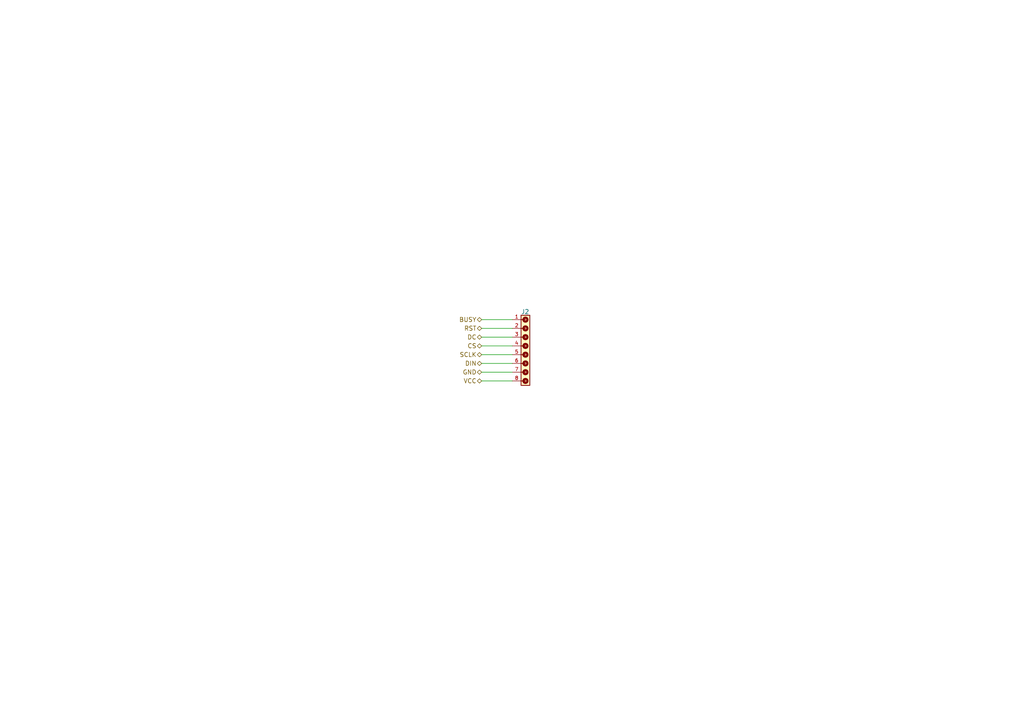
<source format=kicad_sch>
(kicad_sch (version 20231120) (generator "eeschema") (generator_version "8.0")
  (paper "A4")
  (lib_symbols
    (symbol "6130XX11121_61300811121:6130XX11121_61300811121" (pin_names (offset 1.016))
      (property "Reference" "J" (at -10.16 -1.778 0))
      (symbol "6130XX11121_61300811121_0_0"
        (rectangle (start -8.89 -2.54) (end 11.43 0) (stroke (width 0.254)) (fill (type background)))
        (circle (center -7.62 -1.27) (radius 0.254) (stroke (width 0.635)))
        (circle (center -5.08 -1.27) (radius 0.254) (stroke (width 0.635)))
        (circle (center -2.54 -1.27) (radius 0.254) (stroke (width 0.635)))
        (circle (center 0 -1.27) (radius 0.254) (stroke (width 0.635)))
        (polyline (pts (xy -7.62 -1.27) (xy -7.62 -2.54)) (stroke (width 0.254)))
        (polyline (pts (xy -5.08 -1.27) (xy -5.08 -2.54)) (stroke (width 0.254)))
        (polyline (pts (xy -2.54 -1.27) (xy -2.54 -2.54)) (stroke (width 0.254)))
        (polyline (pts (xy 0 -1.27) (xy 0 -2.54)) (stroke (width 0.254)))
        (polyline (pts (xy 2.54 -1.27) (xy 2.54 -2.54)) (stroke (width 0.254)))
        (polyline (pts (xy 5.08 -1.27) (xy 5.08 -2.54)) (stroke (width 0.254)))
        (polyline (pts (xy 7.62 -1.27) (xy 7.62 -2.54)) (stroke (width 0.254)))
        (polyline (pts (xy 10.16 -1.27) (xy 10.16 -2.54)) (stroke (width 0.254)))
        (circle (center 2.54 -1.27) (radius 0.254) (stroke (width 0.635)))
        (circle (center 5.08 -1.27) (radius 0.254) (stroke (width 0.635)))
        (circle (center 7.62 -1.27) (radius 0.254) (stroke (width 0.635)))
        (circle (center 10.16 -1.27) (radius 0.254) (stroke (width 0.635)))
        (pin passive line (at -7.62 -5.08 90) (length 2.54) (name "~") (number "1"))
        (pin passive line (at -5.08 -5.08 90) (length 2.54) (name "~") (number "2"))
        (pin passive line (at -2.54 -5.08 90) (length 2.54) (name "~") (number "3"))
        (pin passive line (at 0 -5.08 90) (length 2.54) (name "~") (number "4"))
        (pin passive line (at 2.54 -5.08 90) (length 2.54) (name "~") (number "5"))
        (pin passive line (at 5.08 -5.08 90) (length 2.54) (name "~") (number "6"))
        (pin passive line (at 7.62 -5.08 90) (length 2.54) (name "~") (number "7"))
        (pin passive line (at 10.16 -5.08 90) (length 2.54) (name "~") (number "8"))
      )
    )
  )
  (wire (pts (xy 139.7 95.25) (xy 148.59 95.25)))
  (wire (pts (xy 139.7 107.95) (xy 148.59 107.95)))
  (wire (pts (xy 139.7 102.87) (xy 148.59 102.87)))
  (wire (pts (xy 139.7 100.33) (xy 148.59 100.33)))
  (wire (pts (xy 139.7 110.49) (xy 148.59 110.49)))
  (wire (pts (xy 139.7 92.71) (xy 148.59 92.71)))
  (wire (pts (xy 139.7 105.41) (xy 148.59 105.41)))
  (wire (pts (xy 139.7 97.79) (xy 148.59 97.79)))
  (hierarchical_label "DC" (shape bidirectional) (at 139.7 97.79 180))
  (hierarchical_label "CS" (shape bidirectional) (at 139.7 100.33 180))
  (hierarchical_label "SCLK" (shape bidirectional) (at 139.7 102.87 180))
  (hierarchical_label "RST" (shape bidirectional) (at 139.7 95.25 180))
  (hierarchical_label "DIN" (shape bidirectional) (at 139.7 105.41 180))
  (hierarchical_label "BUSY" (shape bidirectional) (at 139.7 92.71 180))
  (hierarchical_label "GND" (shape bidirectional) (at 139.7 107.95 180))
  (hierarchical_label "VCC" (shape bidirectional) (at 139.7 110.49 180))
  (symbol (lib_id "6130XX11121_61300811121:6130XX11121_61300811121") (at 153.67 100.33 270) (unit 1)
    (property "Reference" "J2" (at 151.13 90.424 90) (effects (justify left)))
    (property "Value" "61300811121" (effects (hide yes)))
    (property "Footprint" "footprints:61300811121" (effects (hide yes)))
    (property "ROWS" "Single" (effects (hide yes)))
    (property "GENDER" "Pin Header" (effects (hide yes)))
    (property "MOUNT" "THT" (effects (hide yes)))
    (property "IR" "3A" (effects (hide yes)))
    (property "VALUE" "61300811121" (effects (hide yes)))
    (property "PACKAGING" "Bag" (effects (hide yes)))
    (property "PINS" "8" (effects (hide yes)))
    (property "DATASHEET-URL" "https://www.we-online.com/redexpert/spec/61300811121?ae" (effects (hide yes)))
    (property "PITCH" "2.54mm" (effects (hide yes)))
    (property "PART-NUMBER" "61300811121" (effects (hide yes)))
    (property "TYPE" "Straight" (effects (hide yes)))
  )
)
</source>
